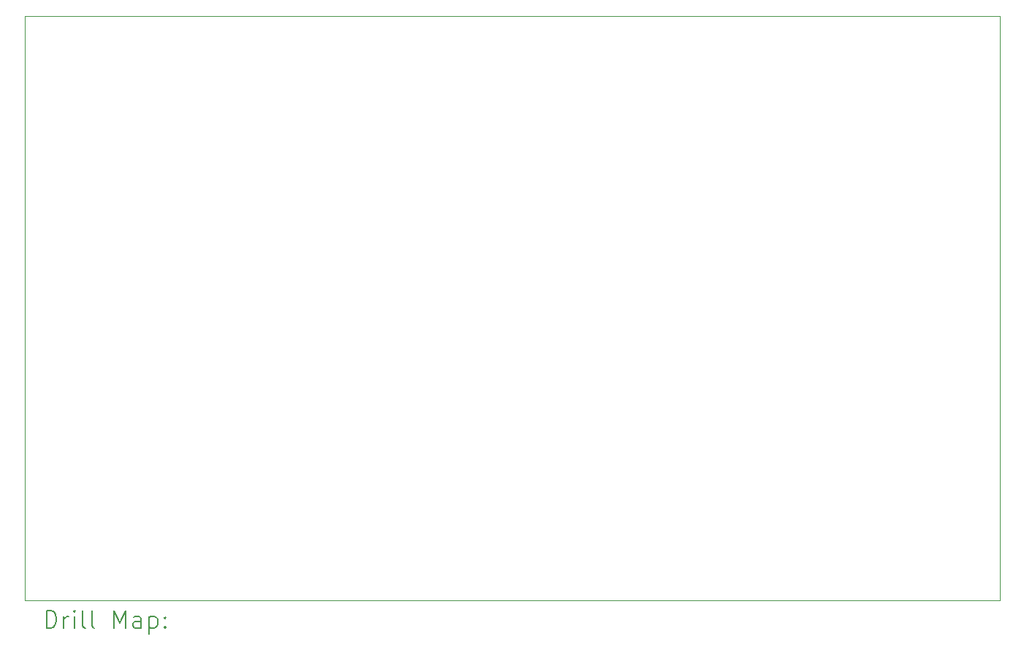
<source format=gbr>
%FSLAX45Y45*%
G04 Gerber Fmt 4.5, Leading zero omitted, Abs format (unit mm)*
G04 Created by KiCad (PCBNEW (6.0.4)) date 2022-03-29 14:22:05*
%MOMM*%
%LPD*%
G01*
G04 APERTURE LIST*
%TA.AperFunction,Profile*%
%ADD10C,0.100000*%
%TD*%
%ADD11C,0.200000*%
G04 APERTURE END LIST*
D10*
X6477000Y-13208000D02*
X17777000Y-13208000D01*
X17777000Y-6428000D02*
X6477000Y-6428000D01*
X17777000Y-13208000D02*
X17777000Y-6428000D01*
X6477000Y-6428000D02*
X6477000Y-13208000D01*
D11*
X6729619Y-13523476D02*
X6729619Y-13323476D01*
X6777238Y-13323476D01*
X6805809Y-13333000D01*
X6824857Y-13352048D01*
X6834381Y-13371095D01*
X6843905Y-13409190D01*
X6843905Y-13437762D01*
X6834381Y-13475857D01*
X6824857Y-13494905D01*
X6805809Y-13513952D01*
X6777238Y-13523476D01*
X6729619Y-13523476D01*
X6929619Y-13523476D02*
X6929619Y-13390143D01*
X6929619Y-13428238D02*
X6939143Y-13409190D01*
X6948667Y-13399667D01*
X6967714Y-13390143D01*
X6986762Y-13390143D01*
X7053428Y-13523476D02*
X7053428Y-13390143D01*
X7053428Y-13323476D02*
X7043905Y-13333000D01*
X7053428Y-13342524D01*
X7062952Y-13333000D01*
X7053428Y-13323476D01*
X7053428Y-13342524D01*
X7177238Y-13523476D02*
X7158190Y-13513952D01*
X7148667Y-13494905D01*
X7148667Y-13323476D01*
X7282000Y-13523476D02*
X7262952Y-13513952D01*
X7253428Y-13494905D01*
X7253428Y-13323476D01*
X7510571Y-13523476D02*
X7510571Y-13323476D01*
X7577238Y-13466333D01*
X7643905Y-13323476D01*
X7643905Y-13523476D01*
X7824857Y-13523476D02*
X7824857Y-13418714D01*
X7815333Y-13399667D01*
X7796286Y-13390143D01*
X7758190Y-13390143D01*
X7739143Y-13399667D01*
X7824857Y-13513952D02*
X7805809Y-13523476D01*
X7758190Y-13523476D01*
X7739143Y-13513952D01*
X7729619Y-13494905D01*
X7729619Y-13475857D01*
X7739143Y-13456809D01*
X7758190Y-13447286D01*
X7805809Y-13447286D01*
X7824857Y-13437762D01*
X7920095Y-13390143D02*
X7920095Y-13590143D01*
X7920095Y-13399667D02*
X7939143Y-13390143D01*
X7977238Y-13390143D01*
X7996286Y-13399667D01*
X8005809Y-13409190D01*
X8015333Y-13428238D01*
X8015333Y-13485381D01*
X8005809Y-13504428D01*
X7996286Y-13513952D01*
X7977238Y-13523476D01*
X7939143Y-13523476D01*
X7920095Y-13513952D01*
X8101048Y-13504428D02*
X8110571Y-13513952D01*
X8101048Y-13523476D01*
X8091524Y-13513952D01*
X8101048Y-13504428D01*
X8101048Y-13523476D01*
X8101048Y-13399667D02*
X8110571Y-13409190D01*
X8101048Y-13418714D01*
X8091524Y-13409190D01*
X8101048Y-13399667D01*
X8101048Y-13418714D01*
M02*

</source>
